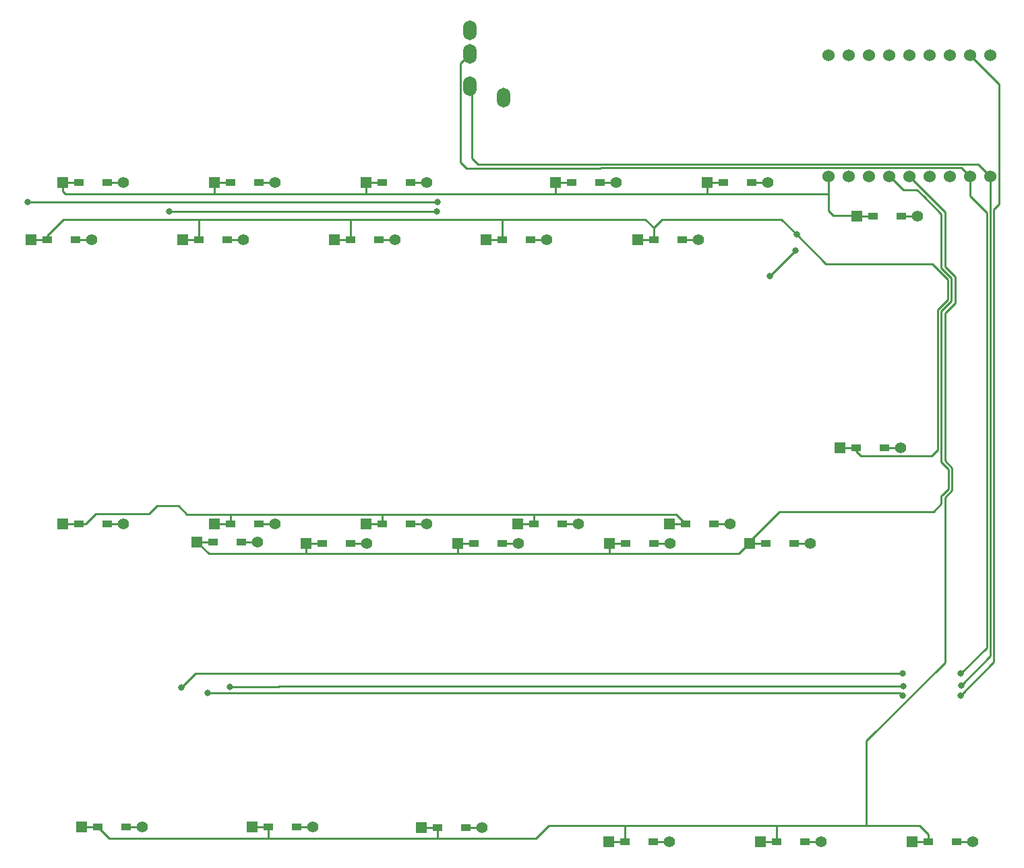
<source format=gbr>
G04 #@! TF.GenerationSoftware,KiCad,Pcbnew,7.0.8*
G04 #@! TF.CreationDate,2023-10-29T20:23:16+09:00*
G04 #@! TF.ProjectId,ckb9,636b6239-2e6b-4696-9361-645f70636258,rev?*
G04 #@! TF.SameCoordinates,Original*
G04 #@! TF.FileFunction,Copper,L1,Top*
G04 #@! TF.FilePolarity,Positive*
%FSLAX46Y46*%
G04 Gerber Fmt 4.6, Leading zero omitted, Abs format (unit mm)*
G04 Created by KiCad (PCBNEW 7.0.8) date 2023-10-29 20:23:16*
%MOMM*%
%LPD*%
G01*
G04 APERTURE LIST*
G04 #@! TA.AperFunction,ComponentPad*
%ADD10R,1.397000X1.397000*%
G04 #@! TD*
G04 #@! TA.AperFunction,SMDPad,CuDef*
%ADD11R,1.300000X0.950000*%
G04 #@! TD*
G04 #@! TA.AperFunction,ComponentPad*
%ADD12C,1.397000*%
G04 #@! TD*
G04 #@! TA.AperFunction,ComponentPad*
%ADD13O,1.700000X2.500000*%
G04 #@! TD*
G04 #@! TA.AperFunction,ComponentPad*
%ADD14C,1.524000*%
G04 #@! TD*
G04 #@! TA.AperFunction,ViaPad*
%ADD15C,0.800000*%
G04 #@! TD*
G04 #@! TA.AperFunction,Conductor*
%ADD16C,0.250000*%
G04 #@! TD*
G04 APERTURE END LIST*
D10*
X559022500Y58720000D03*
D11*
X561057500Y58720000D03*
X564607500Y58720000D03*
D12*
X566642500Y58720000D03*
D10*
X578072500Y58720000D03*
D11*
X580107500Y58720000D03*
X583657500Y58720000D03*
D12*
X585692500Y58720000D03*
D10*
X597122500Y58720000D03*
D11*
X599157500Y58720000D03*
X602707500Y58720000D03*
D12*
X604742500Y58720000D03*
D10*
X620935000Y58720000D03*
D11*
X622970000Y58720000D03*
X626520000Y58720000D03*
D12*
X628555000Y58720000D03*
D10*
X639985000Y58720000D03*
D11*
X642020000Y58720000D03*
X645570000Y58720000D03*
D12*
X647605000Y58720000D03*
D10*
X658760000Y54530000D03*
D11*
X660795000Y54530000D03*
X664345000Y54530000D03*
D12*
X666380000Y54530000D03*
D10*
X555050000Y51577500D03*
D11*
X557085000Y51577500D03*
X560635000Y51577500D03*
D12*
X562670000Y51577500D03*
D10*
X574100000Y51577500D03*
D11*
X576135000Y51577500D03*
X579685000Y51577500D03*
D12*
X581720000Y51577500D03*
D10*
X593150000Y51577500D03*
D11*
X595185000Y51577500D03*
X598735000Y51577500D03*
D12*
X600770000Y51577500D03*
D10*
X612200000Y51577500D03*
D11*
X614235000Y51577500D03*
X617785000Y51577500D03*
D12*
X619820000Y51577500D03*
D10*
X631250000Y51577500D03*
D11*
X633285000Y51577500D03*
X636835000Y51577500D03*
D12*
X638870000Y51577500D03*
D10*
X559022500Y15857500D03*
D11*
X561057500Y15857500D03*
X564607500Y15857500D03*
D12*
X566642500Y15857500D03*
D10*
X578072500Y15857500D03*
D11*
X580107500Y15857500D03*
X583657500Y15857500D03*
D12*
X585692500Y15857500D03*
D10*
X597122500Y15857500D03*
D11*
X599157500Y15857500D03*
X602707500Y15857500D03*
D12*
X604742500Y15857500D03*
D10*
X616172500Y15857500D03*
D11*
X618207500Y15857500D03*
X621757500Y15857500D03*
D12*
X623792500Y15857500D03*
D10*
X635222500Y15857500D03*
D11*
X637257500Y15857500D03*
X640807500Y15857500D03*
D12*
X642842500Y15857500D03*
D10*
X575910000Y13570000D03*
D11*
X577945000Y13570000D03*
X581495000Y13570000D03*
D12*
X583530000Y13570000D03*
D10*
X589637500Y13337500D03*
D11*
X591672500Y13337500D03*
X595222500Y13337500D03*
D12*
X597257500Y13337500D03*
D10*
X608687500Y13337500D03*
D11*
X610722500Y13337500D03*
X614272500Y13337500D03*
D12*
X616307500Y13337500D03*
D10*
X627737500Y13337500D03*
D11*
X629772500Y13337500D03*
X633322500Y13337500D03*
D12*
X635357500Y13337500D03*
D10*
X645320000Y13400000D03*
D11*
X647355000Y13400000D03*
X650905000Y13400000D03*
D12*
X652940000Y13400000D03*
D10*
X604090000Y-22360000D03*
D11*
X606125000Y-22360000D03*
X609675000Y-22360000D03*
D12*
X611710000Y-22360000D03*
D10*
X627602500Y-24147500D03*
D11*
X629637500Y-24147500D03*
X633187500Y-24147500D03*
D12*
X635222500Y-24147500D03*
D10*
X646652500Y-24147500D03*
D11*
X648687500Y-24147500D03*
X652237500Y-24147500D03*
D12*
X654272500Y-24147500D03*
D10*
X665702500Y-24147500D03*
D11*
X667737500Y-24147500D03*
X671287500Y-24147500D03*
D12*
X673322500Y-24147500D03*
D10*
X561403500Y-22242500D03*
D11*
X563438500Y-22242500D03*
X566988500Y-22242500D03*
D12*
X569023500Y-22242500D03*
D10*
X582800000Y-22290000D03*
D11*
X584835000Y-22290000D03*
X588385000Y-22290000D03*
D12*
X590420000Y-22290000D03*
D10*
X656653500Y25382500D03*
D11*
X658688500Y25382500D03*
X662238500Y25382500D03*
D12*
X664273500Y25382500D03*
D13*
X614380000Y69390000D03*
X610180000Y77890000D03*
X610180000Y74890000D03*
X610180000Y70890000D03*
D14*
X675550000Y74720000D03*
X673010000Y74720000D03*
X670470000Y74720000D03*
X667930000Y74720000D03*
X665390000Y74720000D03*
X662850000Y74720000D03*
X660310000Y74720000D03*
X657770000Y74720000D03*
X655230000Y74720000D03*
X655230000Y59480000D03*
X657770000Y59480000D03*
X660310000Y59480000D03*
X662850000Y59480000D03*
X665390000Y59480000D03*
X667930000Y59480000D03*
X670470000Y59480000D03*
X673010000Y59480000D03*
X675550000Y59480000D03*
D15*
X651205000Y52215000D03*
X651080000Y50190000D03*
X647830000Y47010000D03*
X671890000Y-4470000D03*
X664650000Y-4580000D03*
X580050000Y-4680000D03*
X671860000Y-3000000D03*
X664510000Y-3000000D03*
X573950000Y-4760000D03*
X671790000Y-5780000D03*
X577260000Y-5405000D03*
X664530000Y-5740000D03*
X606080000Y56330000D03*
X554632500Y56317500D03*
X572380000Y55110000D03*
X606020000Y55100000D03*
D16*
X597092500Y57312500D02*
X597122500Y57342500D01*
X622970000Y58720000D02*
X620935000Y58720000D01*
X620935000Y58720000D02*
X620935000Y57295000D01*
X655142500Y57312500D02*
X655230000Y57400000D01*
X559042500Y57677500D02*
X559407500Y57312500D01*
X559407500Y57312500D02*
X578072500Y57312500D01*
X655230000Y55180000D02*
X655839990Y54570010D01*
X620917500Y57312500D02*
X620935000Y57295000D01*
X639942500Y57312500D02*
X655142500Y57312500D01*
X620917500Y57312500D02*
X639942500Y57312500D01*
X639942500Y57312500D02*
X639985000Y57355000D01*
X559022500Y57677500D02*
X559022500Y58720000D01*
X597122500Y58720000D02*
X599157500Y58720000D01*
X578072500Y58720000D02*
X578072500Y57312500D01*
X561057500Y58720000D02*
X559022500Y58720000D01*
X597122500Y58720000D02*
X597122500Y57342500D01*
X660795000Y54530000D02*
X658760000Y54530000D01*
X580107500Y58720000D02*
X578072500Y58720000D01*
X655839990Y54570010D02*
X658719990Y54570010D01*
X578072500Y57312500D02*
X597092500Y57312500D01*
X655230000Y59480000D02*
X655230000Y57400000D01*
X658719990Y54570010D02*
X658760000Y54530000D01*
X642020000Y58720000D02*
X639985000Y58720000D01*
X639985000Y58720000D02*
X639985000Y57355000D01*
X655230000Y57400000D02*
X655230000Y55180000D01*
X559022500Y57677500D02*
X559042500Y57677500D01*
X597092500Y57312500D02*
X620917500Y57312500D01*
X632230000Y54130000D02*
X633285000Y53075000D01*
X612200000Y51577500D02*
X614235000Y51577500D01*
X576135000Y51577500D02*
X576135000Y54065000D01*
X651205000Y52215000D02*
X649300000Y54120000D01*
X576135000Y51577500D02*
X574100000Y51577500D01*
X633285000Y53075000D02*
X633285000Y51577500D01*
X668949982Y42732802D02*
X670209980Y43992800D01*
X614235000Y54105000D02*
X614260000Y54130000D01*
X670209980Y46557200D02*
X668257180Y48510000D01*
X557085000Y51577500D02*
X557085000Y52085000D01*
X658688500Y25382500D02*
X658688500Y24931500D01*
X668949981Y25139981D02*
X668949982Y42732802D01*
X656653500Y25382500D02*
X658688500Y25382500D01*
X658688500Y24931500D02*
X659261001Y24358999D01*
X649300000Y54120000D02*
X634330000Y54120000D01*
X595260000Y54130000D02*
X614260000Y54130000D01*
X670209980Y43992800D02*
X670209980Y46557200D01*
X555050000Y51577500D02*
X557085000Y51577500D01*
X576200000Y54130000D02*
X595260000Y54130000D01*
X595185000Y54055000D02*
X595260000Y54130000D01*
X633285000Y51577500D02*
X631250000Y51577500D01*
X557085000Y52085000D02*
X559130000Y54130000D01*
X576135000Y54065000D02*
X576200000Y54130000D01*
X668257180Y48510000D02*
X654910000Y48510000D01*
X614260000Y54130000D02*
X632230000Y54130000D01*
X614235000Y51577500D02*
X614235000Y54105000D01*
X559130000Y54130000D02*
X576200000Y54130000D01*
X668168999Y24358999D02*
X668949981Y25139981D01*
X595185000Y51577500D02*
X595185000Y54055000D01*
X595185000Y51577500D02*
X593150000Y51577500D01*
X659261001Y24358999D02*
X668168999Y24358999D01*
X654910000Y48510000D02*
X651205000Y52215000D01*
X634330000Y54120000D02*
X633285000Y53075000D01*
X573570000Y18080000D02*
X574610000Y17040000D01*
X599230000Y17040000D02*
X618310000Y17040000D01*
X599157500Y15857500D02*
X599157500Y16967500D01*
X618310000Y17040000D02*
X636075000Y17040000D01*
X635222500Y15857500D02*
X637257500Y15857500D01*
X616172500Y15857500D02*
X618207500Y15857500D01*
X559022500Y15857500D02*
X561057500Y15857500D01*
X563170000Y17070000D02*
X569850000Y17070000D01*
X578072500Y15857500D02*
X580107500Y15857500D01*
X570860000Y18080000D02*
X573570000Y18080000D01*
X599157500Y16967500D02*
X599230000Y17040000D01*
X561057500Y15857500D02*
X561957500Y15857500D01*
X580107500Y16967500D02*
X580180000Y17040000D01*
X651080000Y50190000D02*
X647870000Y46980000D01*
X647870000Y46980000D02*
X647860000Y46980000D01*
X618207500Y15857500D02*
X618207500Y16937500D01*
X580180000Y17040000D02*
X599230000Y17040000D01*
X647860000Y46980000D02*
X647830000Y47010000D01*
X569850000Y17070000D02*
X570860000Y18080000D01*
X574610000Y17040000D02*
X580180000Y17040000D01*
X618207500Y16937500D02*
X618310000Y17040000D01*
X636075000Y17040000D02*
X637257500Y15857500D01*
X580107500Y15857500D02*
X580107500Y16967500D01*
X597122500Y15857500D02*
X599157500Y15857500D01*
X561957500Y15857500D02*
X563170000Y17070000D01*
X662944782Y59480000D02*
X662850000Y59480000D01*
X670309990Y20246400D02*
X670309990Y22663600D01*
X577420000Y12070000D02*
X589640000Y12070000D01*
X608687500Y12077500D02*
X608687500Y13337500D01*
X575920000Y13570000D02*
X577420000Y12070000D01*
X627740000Y12070000D02*
X627740000Y13335000D01*
X645260000Y13400000D02*
X643930000Y12070000D01*
X670309990Y22663600D02*
X669399990Y23573600D01*
X669399990Y48003600D02*
X669399990Y54770010D01*
X608680000Y12070000D02*
X627740000Y12070000D01*
X645320000Y13400000D02*
X645260000Y13400000D01*
X645320000Y13400000D02*
X647355000Y13400000D01*
X669399990Y19336400D02*
X669716795Y19653205D01*
X645320000Y13400000D02*
X645320000Y13580000D01*
X589637500Y13337500D02*
X591672500Y13337500D01*
X589640000Y12070000D02*
X589637500Y12072500D01*
X589640000Y12070000D02*
X608680000Y12070000D01*
X670659990Y46743600D02*
X669399990Y48003600D01*
X669399990Y54770010D02*
X667240000Y56930000D01*
X666347609Y57842391D02*
X664582391Y57842391D01*
X664582391Y57842391D02*
X662944782Y59480000D01*
X608680000Y12070000D02*
X608687500Y12077500D01*
X667240000Y56950000D02*
X666347609Y57842391D01*
X669399990Y18319990D02*
X669399990Y19336400D01*
X589637500Y12072500D02*
X589637500Y13337500D01*
X627740000Y13335000D02*
X627737500Y13337500D01*
X668420000Y17340000D02*
X669399990Y18319990D01*
X608687500Y13337500D02*
X610722500Y13337500D01*
X669553600Y19490010D02*
X669716795Y19653205D01*
X667240000Y56930000D02*
X667240000Y56950000D01*
X575910000Y13570000D02*
X577945000Y13570000D01*
X669399990Y23573600D02*
X669399991Y42546401D01*
X627737500Y13337500D02*
X629772500Y13337500D01*
X645320000Y13580000D02*
X649080000Y17340000D01*
X669716795Y19653205D02*
X670309990Y20246400D01*
X627740000Y12070000D02*
X643930000Y12070000D01*
X649080000Y17340000D02*
X668420000Y17340000D01*
X669399991Y42546401D02*
X670659990Y43806400D01*
X670659990Y43806400D02*
X670659990Y46743600D01*
X575910000Y13570000D02*
X575920000Y13570000D01*
X669850000Y48190000D02*
X671110000Y46930000D01*
X606125000Y-22360000D02*
X606125000Y-23665000D01*
X618510000Y-23700000D02*
X620080000Y-22130000D01*
X584780000Y-23700000D02*
X606090000Y-23700000D01*
X671110000Y46930000D02*
X671110000Y43620000D01*
X604090000Y-22360000D02*
X606125000Y-22360000D01*
X629710000Y-22130000D02*
X648690000Y-22130000D01*
X606125000Y-23665000D02*
X606090000Y-23700000D01*
X646652500Y-24147500D02*
X648687500Y-24147500D01*
X582800000Y-22290000D02*
X584835000Y-22290000D01*
X648687500Y-22132500D02*
X648690000Y-22130000D01*
X669850000Y42360000D02*
X669850000Y23760000D01*
X671110000Y43620000D02*
X669850000Y42360000D01*
X667737500Y-23217500D02*
X667737500Y-24147500D01*
X669850000Y55020000D02*
X669850000Y48190000D01*
X648687500Y-24147500D02*
X648687500Y-22132500D01*
X659980000Y-11460000D02*
X659980000Y-22130000D01*
X669850000Y23760000D02*
X670760000Y22850000D01*
X670760000Y22850000D02*
X670760000Y20060000D01*
X584835000Y-22290000D02*
X584835000Y-23645000D01*
X606090000Y-23700000D02*
X618510000Y-23700000D01*
X563438500Y-22242500D02*
X564896000Y-23700000D01*
X564896000Y-23700000D02*
X584780000Y-23700000D01*
X629637500Y-22202500D02*
X629710000Y-22130000D01*
X629637500Y-24147500D02*
X629637500Y-22202500D01*
X665702500Y-24147500D02*
X667737500Y-24147500D01*
X669850000Y-1590000D02*
X659980000Y-11460000D01*
X670760000Y20060000D02*
X669850000Y19150000D01*
X665390000Y59480000D02*
X669850000Y55020000D01*
X669850000Y19150000D02*
X669850000Y-1590000D01*
X561403500Y-22242500D02*
X563438500Y-22242500D01*
X620080000Y-22130000D02*
X629710000Y-22130000D01*
X584835000Y-23645000D02*
X584780000Y-23700000D01*
X659980000Y-22130000D02*
X666650000Y-22130000D01*
X666650000Y-22130000D02*
X667737500Y-23217500D01*
X648690000Y-22130000D02*
X659980000Y-22130000D01*
X627602500Y-24147500D02*
X629637500Y-24147500D01*
X580050000Y-4680000D02*
X586120000Y-4680000D01*
X626433600Y61000010D02*
X626450601Y61017011D01*
X586120000Y-4680000D02*
X586190000Y-4610000D01*
X664620000Y-4610000D02*
X664650000Y-4580000D01*
X610430000Y70640000D02*
X610430000Y61790000D01*
X610180000Y70890000D02*
X610430000Y70640000D01*
X610430000Y61790000D02*
X611219990Y61000010D01*
X611219990Y61000010D02*
X626433600Y61000010D01*
X675550000Y59480000D02*
X675550000Y-540000D01*
X626450601Y61017011D02*
X674012989Y61017011D01*
X675550000Y-810000D02*
X675550000Y-540000D01*
X674012989Y61017011D02*
X675550000Y59480000D01*
X671890000Y-4470000D02*
X675550000Y-810000D01*
X586190000Y-4610000D02*
X664620000Y-4610000D01*
X609760000Y60550000D02*
X609004990Y61305010D01*
X577270000Y-3000000D02*
X575710000Y-3000000D01*
X675090000Y54970000D02*
X675090000Y230000D01*
X673010000Y57050000D02*
X675090000Y54970000D01*
X673010000Y59480000D02*
X673010000Y57050000D01*
X673010000Y59480000D02*
X671922999Y60567001D01*
X675090000Y230000D02*
X671860000Y-3000000D01*
X626637001Y60567001D02*
X626620000Y60550000D01*
X671922999Y60567001D02*
X626637001Y60567001D01*
X626620000Y60550000D02*
X609760000Y60550000D01*
X575710000Y-3000000D02*
X573950000Y-4760000D01*
X664510000Y-3000000D02*
X577270000Y-3000000D01*
X609004990Y61305010D02*
X609004990Y73714990D01*
X609004990Y73714990D02*
X610180000Y74890000D01*
X664195000Y-5405000D02*
X664530000Y-5740000D01*
X676637001Y55997001D02*
X676000010Y55360010D01*
X676000010Y-1569990D02*
X676000010Y-869990D01*
X676637001Y71092999D02*
X676637001Y70580000D01*
X671790000Y-5780000D02*
X676000010Y-1569990D01*
X673010000Y74720000D02*
X676637001Y71092999D01*
X676637001Y70580000D02*
X676637001Y55997001D01*
X577260000Y-5405000D02*
X664195000Y-5405000D01*
X676000010Y55360010D02*
X676000010Y-869990D01*
X676000010Y-869990D02*
X676000010Y-1432992D01*
X554645000Y56330000D02*
X554632500Y56317500D01*
X606080000Y56330000D02*
X554645000Y56330000D01*
X606020000Y55100000D02*
X572390000Y55100000D01*
X572390000Y55100000D02*
X572380000Y55110000D01*
X564607500Y58720000D02*
X566642500Y58720000D01*
X585692500Y58720000D02*
X583657500Y58720000D01*
X604742500Y58720000D02*
X602707500Y58720000D01*
X628555000Y58720000D02*
X626520000Y58720000D01*
X647605000Y58720000D02*
X645570000Y58720000D01*
X664345000Y54530000D02*
X666380000Y54530000D01*
X562670000Y51577500D02*
X560635000Y51577500D01*
X579685000Y51577500D02*
X581720000Y51577500D01*
X600770000Y51577500D02*
X598735000Y51577500D01*
X617785000Y51577500D02*
X619820000Y51577500D01*
X638870000Y51577500D02*
X636835000Y51577500D01*
X564607500Y15857500D02*
X566642500Y15857500D01*
X583657500Y15857500D02*
X585692500Y15857500D01*
X602707500Y15857500D02*
X604742500Y15857500D01*
X621757500Y15857500D02*
X623792500Y15857500D01*
X640807500Y15857500D02*
X642842500Y15857500D01*
X581495000Y13570000D02*
X583530000Y13570000D01*
X595222500Y13337500D02*
X597257500Y13337500D01*
X614272500Y13337500D02*
X616307500Y13337500D01*
X633322500Y13337500D02*
X635357500Y13337500D01*
X650905000Y13400000D02*
X652940000Y13400000D01*
X588385000Y-22290000D02*
X590420000Y-22290000D01*
X633187500Y-24147500D02*
X635222500Y-24147500D01*
X652237500Y-24147500D02*
X654272500Y-24147500D01*
X671287500Y-24147500D02*
X673322500Y-24147500D01*
X566988500Y-22242500D02*
X569023500Y-22242500D01*
X609675000Y-22360000D02*
X611710000Y-22360000D01*
X662238500Y25382500D02*
X664273500Y25382500D01*
M02*

</source>
